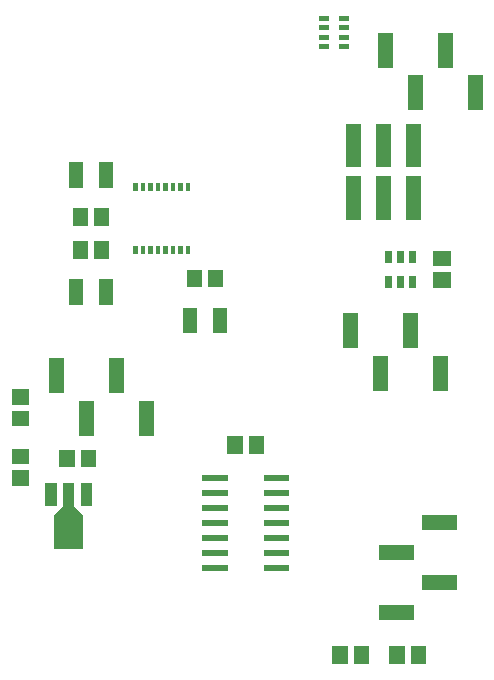
<source format=gbr>
G04 start of page 10 for group -4015 idx -4015 *
G04 Title: (unknown), toppaste *
G04 Creator: pcb 20140316 *
G04 CreationDate: Thu 27 Apr 2017 04:43:42 AM GMT UTC *
G04 For: railfan *
G04 Format: Gerber/RS-274X *
G04 PCB-Dimensions (mil): 2100.00 2700.00 *
G04 PCB-Coordinate-Origin: lower left *
%MOIN*%
%FSLAX25Y25*%
%LNTOPPASTE*%
%ADD83R,0.0200X0.0200*%
%ADD82R,0.0150X0.0150*%
%ADD81R,0.0490X0.0490*%
%ADD80C,0.0001*%
%ADD79R,0.0945X0.0945*%
%ADD78R,0.0378X0.0378*%
%ADD77R,0.0512X0.0512*%
%ADD76R,0.0240X0.0240*%
%ADD75R,0.0167X0.0167*%
%ADD74R,0.0500X0.0500*%
G54D74*X186500Y223240D02*Y216587D01*
X176500Y237413D02*Y230760D01*
X166500Y223240D02*Y216587D01*
X156500Y237413D02*Y230760D01*
G54D75*X135217Y244724D02*X137087D01*
X135217Y241575D02*X137087D01*
X135217Y238425D02*X137087D01*
X135217Y235276D02*X137087D01*
X141913D02*X143783D01*
X141913Y238425D02*X143783D01*
X141913Y241575D02*X143783D01*
X141913Y244724D02*X143783D01*
G54D74*X175000Y129740D02*Y123087D01*
X165000Y143913D02*Y137260D01*
X155000Y129740D02*Y123087D01*
X145000Y143913D02*Y137260D01*
G54D76*X165500Y165800D02*Y164200D01*
X161600Y165800D02*Y164200D01*
X157700Y165800D02*Y164200D01*
Y157600D02*Y156000D01*
X161600Y157600D02*Y156000D01*
X165500Y157600D02*Y156000D01*
G54D77*X57543Y98393D02*Y97607D01*
X50457Y98393D02*Y97607D01*
X34607Y98543D02*X35393D01*
X34607Y91457D02*X35393D01*
G54D78*X56906Y87984D02*Y83890D01*
X51000Y87984D02*Y76174D01*
G54D79*Y74440D02*Y72550D01*
G54D80*G36*
X52885Y82005D02*X55725Y79165D01*
X54305Y77745D01*
X51465Y80585D01*
X52885Y82005D01*
G37*
G36*
X46275Y79165D02*X49115Y82005D01*
X50535Y80585D01*
X47695Y77745D01*
X46275Y79165D01*
G37*
G54D78*X45094Y87984D02*Y83890D01*
G54D77*X34607Y111414D02*X35393D01*
X34607Y118500D02*X35393D01*
X175107Y157457D02*X175893D01*
X175107Y164543D02*X175893D01*
G54D74*X47000Y128913D02*Y122260D01*
X57000Y114740D02*Y108087D01*
X67000Y128913D02*Y122260D01*
X77000Y114740D02*Y108087D01*
G54D77*X62043Y178893D02*Y178107D01*
X54957Y178893D02*Y178107D01*
G54D81*X63500Y194300D02*Y190700D01*
X53500Y194300D02*Y190700D01*
G54D77*X62043Y167893D02*Y167107D01*
X54957Y167893D02*Y167107D01*
G54D81*X63500Y155300D02*Y151700D01*
X53500Y155300D02*Y151700D01*
X101500Y145800D02*Y142200D01*
X91500Y145800D02*Y142200D01*
G54D77*X100043Y158393D02*Y157607D01*
X92957Y158393D02*Y157607D01*
G54D74*X157087Y46500D02*X163740D01*
X171260Y56500D02*X177913D01*
X157087Y66500D02*X163740D01*
X171260Y76500D02*X177913D01*
G54D77*X160457Y32893D02*Y32107D01*
X167543Y32893D02*Y32107D01*
X141457Y32893D02*Y32107D01*
X148543Y32893D02*Y32107D01*
G54D74*X146000Y189504D02*Y180016D01*
X156000Y189504D02*Y180016D01*
X166000Y189504D02*Y180016D01*
Y206984D02*Y197496D01*
X156000Y206984D02*Y197496D01*
X146000Y206984D02*Y197496D01*
G54D82*X90750Y189000D02*Y188000D01*
X88250Y189000D02*Y188000D01*
X85750Y189000D02*Y188000D01*
X83250Y189000D02*Y188000D01*
X80750Y189000D02*Y188000D01*
X78250Y189000D02*Y188000D01*
X75750Y189000D02*Y188000D01*
X73250Y189000D02*Y188000D01*
Y168000D02*Y167000D01*
X75750Y168000D02*Y167000D01*
X78250Y168000D02*Y167000D01*
X80750Y168000D02*Y167000D01*
X83250Y168000D02*Y167000D01*
X85750Y168000D02*Y167000D01*
X88250Y168000D02*Y167000D01*
X90750Y168000D02*Y167000D01*
G54D83*X96500Y91500D02*X103000D01*
X96500Y86500D02*X103000D01*
X96500Y81500D02*X103000D01*
X96500Y76500D02*X103000D01*
X96500Y71500D02*X103000D01*
X96500Y66500D02*X103000D01*
X96500Y61500D02*X103000D01*
X117000D02*X123500D01*
X117000Y66500D02*X123500D01*
X117000Y71500D02*X123500D01*
X117000Y76500D02*X123500D01*
X117000Y81500D02*X123500D01*
X117000Y86500D02*X123500D01*
X117000Y91500D02*X123500D01*
G54D77*X113543Y102893D02*Y102107D01*
X106457Y102893D02*Y102107D01*
M02*

</source>
